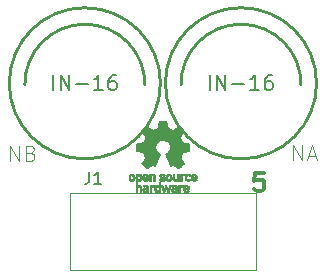
<source format=gbr>
G04 #@! TF.GenerationSoftware,KiCad,Pcbnew,(5.1.5)-3*
G04 #@! TF.CreationDate,2021-12-20T00:35:23-08:00*
G04 #@! TF.ProjectId,tube_holder,74756265-5f68-46f6-9c64-65722e6b6963,rev?*
G04 #@! TF.SameCoordinates,Original*
G04 #@! TF.FileFunction,Legend,Top*
G04 #@! TF.FilePolarity,Positive*
%FSLAX46Y46*%
G04 Gerber Fmt 4.6, Leading zero omitted, Abs format (unit mm)*
G04 Created by KiCad (PCBNEW (5.1.5)-3) date 2021-12-20 00:35:23*
%MOMM*%
%LPD*%
G04 APERTURE LIST*
%ADD10C,0.300000*%
%ADD11C,0.254000*%
%ADD12C,0.120000*%
%ADD13C,0.010000*%
%ADD14C,0.101600*%
%ADD15C,0.150000*%
%ADD16C,1.239920*%
%ADD17R,1.102000X6.102000*%
%ADD18C,2.802000*%
G04 APERTURE END LIST*
D10*
X213269342Y-57198271D02*
X212555057Y-57198271D01*
X212483628Y-57912557D01*
X212555057Y-57841128D01*
X212697914Y-57769700D01*
X213055057Y-57769700D01*
X213197914Y-57841128D01*
X213269342Y-57912557D01*
X213340771Y-58055414D01*
X213340771Y-58412557D01*
X213269342Y-58555414D01*
X213197914Y-58626842D01*
X213055057Y-58698271D01*
X212697914Y-58698271D01*
X212555057Y-58626842D01*
X212483628Y-58555414D01*
D11*
X203209500Y-49763039D02*
G75*
G03X193049400Y-49769780I-5080100J71999D01*
G01*
X204527660Y-49612300D02*
G75*
G03X204527660Y-49612300I-6398260J0D01*
G01*
D12*
X212626800Y-65392120D02*
X212626800Y-58892120D01*
X196876800Y-65392120D02*
X196876800Y-58892120D01*
X196876800Y-65392120D02*
X212626800Y-65392120D01*
X212626800Y-58892120D02*
X196876800Y-58892120D01*
D13*
G36*
X205084964Y-53102458D02*
G01*
X205141812Y-53404010D01*
X205561338Y-53576952D01*
X205812984Y-53405835D01*
X205883458Y-53358190D01*
X205947163Y-53315650D01*
X206001126Y-53280155D01*
X206042373Y-53253650D01*
X206067934Y-53238076D01*
X206074895Y-53234718D01*
X206087435Y-53243354D01*
X206114231Y-53267232D01*
X206152280Y-53303299D01*
X206198579Y-53348507D01*
X206250123Y-53399804D01*
X206303909Y-53454141D01*
X206356935Y-53508468D01*
X206406195Y-53559735D01*
X206448687Y-53604891D01*
X206481407Y-53640886D01*
X206501351Y-53664670D01*
X206506119Y-53672630D01*
X206499257Y-53687305D01*
X206480020Y-53719454D01*
X206450430Y-53765932D01*
X206412510Y-53823596D01*
X206368282Y-53889300D01*
X206342654Y-53926776D01*
X206295941Y-53995208D01*
X206254432Y-54056960D01*
X206220140Y-54108959D01*
X206195080Y-54148132D01*
X206181264Y-54171405D01*
X206179188Y-54176295D01*
X206183895Y-54190195D01*
X206196723Y-54222590D01*
X206215738Y-54268925D01*
X206239003Y-54324646D01*
X206264584Y-54385198D01*
X206290545Y-54446026D01*
X206314950Y-54502576D01*
X206335863Y-54550292D01*
X206351349Y-54584621D01*
X206359472Y-54601008D01*
X206359952Y-54601652D01*
X206372707Y-54604781D01*
X206406677Y-54611761D01*
X206458340Y-54621907D01*
X206524176Y-54634532D01*
X206600664Y-54648949D01*
X206645290Y-54657263D01*
X206727021Y-54672824D01*
X206800843Y-54687632D01*
X206863021Y-54700876D01*
X206909822Y-54711745D01*
X206937509Y-54719429D01*
X206943074Y-54721867D01*
X206948526Y-54738370D01*
X206952924Y-54775640D01*
X206956272Y-54829320D01*
X206958574Y-54895052D01*
X206959832Y-54968477D01*
X206960048Y-55045236D01*
X206959227Y-55120972D01*
X206957371Y-55191326D01*
X206954482Y-55251940D01*
X206950565Y-55298456D01*
X206945622Y-55326515D01*
X206942657Y-55332356D01*
X206924934Y-55339357D01*
X206887381Y-55349367D01*
X206834964Y-55361209D01*
X206772652Y-55373707D01*
X206750900Y-55377750D01*
X206646024Y-55396960D01*
X206563180Y-55412431D01*
X206499630Y-55424777D01*
X206452637Y-55434613D01*
X206419463Y-55442554D01*
X206397371Y-55449216D01*
X206383624Y-55455213D01*
X206375484Y-55461159D01*
X206374345Y-55462334D01*
X206362977Y-55481266D01*
X206345635Y-55518109D01*
X206324050Y-55568353D01*
X206299954Y-55627486D01*
X206275079Y-55690996D01*
X206251157Y-55754372D01*
X206229919Y-55813102D01*
X206213097Y-55862675D01*
X206202422Y-55898579D01*
X206199627Y-55916302D01*
X206199860Y-55916923D01*
X206209331Y-55931410D01*
X206230818Y-55963284D01*
X206262063Y-56009229D01*
X206300807Y-56065925D01*
X206344793Y-56130057D01*
X206357319Y-56148282D01*
X206401984Y-56214354D01*
X206441288Y-56274640D01*
X206473088Y-56325675D01*
X206495245Y-56364000D01*
X206505617Y-56386151D01*
X206506119Y-56388872D01*
X206497405Y-56403176D01*
X206473325Y-56431512D01*
X206436976Y-56470836D01*
X206391453Y-56518101D01*
X206339852Y-56570263D01*
X206285267Y-56624275D01*
X206230794Y-56677093D01*
X206179529Y-56725671D01*
X206134567Y-56766963D01*
X206099004Y-56797925D01*
X206075935Y-56815510D01*
X206069554Y-56818381D01*
X206054699Y-56811618D01*
X206024286Y-56793379D01*
X205983268Y-56766737D01*
X205951709Y-56745292D01*
X205894525Y-56705943D01*
X205826806Y-56659611D01*
X205758880Y-56613353D01*
X205722361Y-56588595D01*
X205598752Y-56504987D01*
X205494991Y-56561090D01*
X205447720Y-56585668D01*
X205407523Y-56604771D01*
X205380326Y-56615667D01*
X205373402Y-56617183D01*
X205365077Y-56605989D01*
X205348654Y-56574357D01*
X205325357Y-56525205D01*
X205296414Y-56461450D01*
X205263050Y-56386011D01*
X205226491Y-56301804D01*
X205187964Y-56211748D01*
X205148694Y-56118761D01*
X205109908Y-56025760D01*
X205072830Y-55935663D01*
X205038689Y-55851388D01*
X205008708Y-55775853D01*
X204984116Y-55711974D01*
X204966136Y-55662671D01*
X204955997Y-55630861D01*
X204954366Y-55619936D01*
X204967291Y-55606001D01*
X204995589Y-55583380D01*
X205033346Y-55556773D01*
X205036515Y-55554668D01*
X205134100Y-55476554D01*
X205212786Y-55385422D01*
X205271891Y-55284185D01*
X205310732Y-55175758D01*
X205328628Y-55063054D01*
X205324897Y-54948988D01*
X205298857Y-54836474D01*
X205249825Y-54728425D01*
X205235400Y-54704785D01*
X205160369Y-54609327D01*
X205071730Y-54532672D01*
X204972549Y-54475220D01*
X204865895Y-54437369D01*
X204754836Y-54419518D01*
X204642439Y-54422065D01*
X204531773Y-54445410D01*
X204425906Y-54489950D01*
X204327905Y-54556085D01*
X204297590Y-54582927D01*
X204220438Y-54666952D01*
X204164218Y-54755406D01*
X204125653Y-54854555D01*
X204104174Y-54952743D01*
X204098872Y-55063137D01*
X204116552Y-55174080D01*
X204155419Y-55281821D01*
X204213677Y-55382609D01*
X204289531Y-55472696D01*
X204381183Y-55548332D01*
X204393228Y-55556304D01*
X204431389Y-55582414D01*
X204460399Y-55605035D01*
X204474268Y-55619479D01*
X204474469Y-55619936D01*
X204471492Y-55635561D01*
X204459689Y-55671022D01*
X204440286Y-55723402D01*
X204414512Y-55789785D01*
X204383591Y-55867254D01*
X204348751Y-55952890D01*
X204311217Y-56043777D01*
X204272217Y-56136999D01*
X204232977Y-56229637D01*
X204194724Y-56318775D01*
X204158683Y-56401495D01*
X204126083Y-56474881D01*
X204098148Y-56536015D01*
X204076105Y-56581981D01*
X204061182Y-56609861D01*
X204055172Y-56617183D01*
X204036809Y-56611481D01*
X204002448Y-56596189D01*
X203958016Y-56574039D01*
X203933583Y-56561090D01*
X203829822Y-56504987D01*
X203706213Y-56588595D01*
X203643114Y-56631427D01*
X203574030Y-56678562D01*
X203509293Y-56722943D01*
X203476866Y-56745292D01*
X203431259Y-56775917D01*
X203392640Y-56800187D01*
X203366048Y-56815027D01*
X203357410Y-56818164D01*
X203344839Y-56809701D01*
X203317016Y-56786076D01*
X203276639Y-56749742D01*
X203226405Y-56703151D01*
X203169012Y-56648757D01*
X203132714Y-56613832D01*
X203069210Y-56551436D01*
X203014327Y-56495628D01*
X202970286Y-56448794D01*
X202939305Y-56413322D01*
X202923602Y-56391601D01*
X202922095Y-56387192D01*
X202929086Y-56370425D01*
X202948406Y-56336522D01*
X202977909Y-56288916D01*
X203015455Y-56231039D01*
X203058900Y-56166324D01*
X203071255Y-56148282D01*
X203116273Y-56082707D01*
X203156660Y-56023668D01*
X203190160Y-55974482D01*
X203214514Y-55938468D01*
X203227464Y-55918942D01*
X203228715Y-55916923D01*
X203226844Y-55901362D01*
X203216913Y-55867149D01*
X203200653Y-55818795D01*
X203179795Y-55760811D01*
X203156073Y-55697710D01*
X203131216Y-55634003D01*
X203106958Y-55574201D01*
X203085029Y-55522816D01*
X203067162Y-55484359D01*
X203055087Y-55463342D01*
X203054229Y-55462334D01*
X203046846Y-55456328D01*
X203034375Y-55450388D01*
X203014080Y-55443900D01*
X202983222Y-55436249D01*
X202939066Y-55426820D01*
X202878874Y-55414999D01*
X202799907Y-55400169D01*
X202699430Y-55381717D01*
X202677675Y-55377750D01*
X202613198Y-55365293D01*
X202556989Y-55353106D01*
X202514013Y-55342366D01*
X202489240Y-55334249D01*
X202485918Y-55332356D01*
X202480444Y-55315578D01*
X202475994Y-55278085D01*
X202472572Y-55224234D01*
X202470181Y-55158384D01*
X202468823Y-55084893D01*
X202468501Y-55008120D01*
X202469219Y-54932423D01*
X202470979Y-54862160D01*
X202473784Y-54801690D01*
X202477638Y-54755370D01*
X202482543Y-54727559D01*
X202485500Y-54721867D01*
X202501963Y-54716126D01*
X202539449Y-54706785D01*
X202594225Y-54694655D01*
X202662555Y-54680547D01*
X202740706Y-54665270D01*
X202783284Y-54657263D01*
X202864071Y-54642161D01*
X202936113Y-54628480D01*
X202995889Y-54616907D01*
X203039879Y-54608127D01*
X203064561Y-54602827D01*
X203068623Y-54601652D01*
X203075489Y-54588405D01*
X203090002Y-54556497D01*
X203110229Y-54510487D01*
X203134234Y-54454932D01*
X203160082Y-54394393D01*
X203185840Y-54333426D01*
X203209573Y-54276591D01*
X203229346Y-54228446D01*
X203243224Y-54193550D01*
X203249274Y-54176461D01*
X203249386Y-54175714D01*
X203242528Y-54162233D01*
X203223302Y-54131210D01*
X203193728Y-54085729D01*
X203155827Y-54028872D01*
X203111620Y-53963723D01*
X203085921Y-53926302D01*
X203039093Y-53857687D01*
X202997501Y-53795392D01*
X202963175Y-53742569D01*
X202938143Y-53702367D01*
X202924435Y-53677940D01*
X202922456Y-53672464D01*
X202930966Y-53659718D01*
X202954493Y-53632503D01*
X202990032Y-53593868D01*
X203034577Y-53546863D01*
X203085123Y-53494535D01*
X203138664Y-53439935D01*
X203192195Y-53386110D01*
X203242711Y-53336110D01*
X203287206Y-53292983D01*
X203322675Y-53259779D01*
X203346113Y-53239546D01*
X203353954Y-53234718D01*
X203366720Y-53241507D01*
X203397256Y-53260582D01*
X203442590Y-53290001D01*
X203499756Y-53327821D01*
X203565784Y-53372101D01*
X203615590Y-53405835D01*
X203867236Y-53576952D01*
X204076999Y-53490481D01*
X204286763Y-53404010D01*
X204343611Y-53102458D01*
X204400460Y-52800906D01*
X205028115Y-52800906D01*
X205084964Y-53102458D01*
G37*
X205084964Y-53102458D02*
X205141812Y-53404010D01*
X205561338Y-53576952D01*
X205812984Y-53405835D01*
X205883458Y-53358190D01*
X205947163Y-53315650D01*
X206001126Y-53280155D01*
X206042373Y-53253650D01*
X206067934Y-53238076D01*
X206074895Y-53234718D01*
X206087435Y-53243354D01*
X206114231Y-53267232D01*
X206152280Y-53303299D01*
X206198579Y-53348507D01*
X206250123Y-53399804D01*
X206303909Y-53454141D01*
X206356935Y-53508468D01*
X206406195Y-53559735D01*
X206448687Y-53604891D01*
X206481407Y-53640886D01*
X206501351Y-53664670D01*
X206506119Y-53672630D01*
X206499257Y-53687305D01*
X206480020Y-53719454D01*
X206450430Y-53765932D01*
X206412510Y-53823596D01*
X206368282Y-53889300D01*
X206342654Y-53926776D01*
X206295941Y-53995208D01*
X206254432Y-54056960D01*
X206220140Y-54108959D01*
X206195080Y-54148132D01*
X206181264Y-54171405D01*
X206179188Y-54176295D01*
X206183895Y-54190195D01*
X206196723Y-54222590D01*
X206215738Y-54268925D01*
X206239003Y-54324646D01*
X206264584Y-54385198D01*
X206290545Y-54446026D01*
X206314950Y-54502576D01*
X206335863Y-54550292D01*
X206351349Y-54584621D01*
X206359472Y-54601008D01*
X206359952Y-54601652D01*
X206372707Y-54604781D01*
X206406677Y-54611761D01*
X206458340Y-54621907D01*
X206524176Y-54634532D01*
X206600664Y-54648949D01*
X206645290Y-54657263D01*
X206727021Y-54672824D01*
X206800843Y-54687632D01*
X206863021Y-54700876D01*
X206909822Y-54711745D01*
X206937509Y-54719429D01*
X206943074Y-54721867D01*
X206948526Y-54738370D01*
X206952924Y-54775640D01*
X206956272Y-54829320D01*
X206958574Y-54895052D01*
X206959832Y-54968477D01*
X206960048Y-55045236D01*
X206959227Y-55120972D01*
X206957371Y-55191326D01*
X206954482Y-55251940D01*
X206950565Y-55298456D01*
X206945622Y-55326515D01*
X206942657Y-55332356D01*
X206924934Y-55339357D01*
X206887381Y-55349367D01*
X206834964Y-55361209D01*
X206772652Y-55373707D01*
X206750900Y-55377750D01*
X206646024Y-55396960D01*
X206563180Y-55412431D01*
X206499630Y-55424777D01*
X206452637Y-55434613D01*
X206419463Y-55442554D01*
X206397371Y-55449216D01*
X206383624Y-55455213D01*
X206375484Y-55461159D01*
X206374345Y-55462334D01*
X206362977Y-55481266D01*
X206345635Y-55518109D01*
X206324050Y-55568353D01*
X206299954Y-55627486D01*
X206275079Y-55690996D01*
X206251157Y-55754372D01*
X206229919Y-55813102D01*
X206213097Y-55862675D01*
X206202422Y-55898579D01*
X206199627Y-55916302D01*
X206199860Y-55916923D01*
X206209331Y-55931410D01*
X206230818Y-55963284D01*
X206262063Y-56009229D01*
X206300807Y-56065925D01*
X206344793Y-56130057D01*
X206357319Y-56148282D01*
X206401984Y-56214354D01*
X206441288Y-56274640D01*
X206473088Y-56325675D01*
X206495245Y-56364000D01*
X206505617Y-56386151D01*
X206506119Y-56388872D01*
X206497405Y-56403176D01*
X206473325Y-56431512D01*
X206436976Y-56470836D01*
X206391453Y-56518101D01*
X206339852Y-56570263D01*
X206285267Y-56624275D01*
X206230794Y-56677093D01*
X206179529Y-56725671D01*
X206134567Y-56766963D01*
X206099004Y-56797925D01*
X206075935Y-56815510D01*
X206069554Y-56818381D01*
X206054699Y-56811618D01*
X206024286Y-56793379D01*
X205983268Y-56766737D01*
X205951709Y-56745292D01*
X205894525Y-56705943D01*
X205826806Y-56659611D01*
X205758880Y-56613353D01*
X205722361Y-56588595D01*
X205598752Y-56504987D01*
X205494991Y-56561090D01*
X205447720Y-56585668D01*
X205407523Y-56604771D01*
X205380326Y-56615667D01*
X205373402Y-56617183D01*
X205365077Y-56605989D01*
X205348654Y-56574357D01*
X205325357Y-56525205D01*
X205296414Y-56461450D01*
X205263050Y-56386011D01*
X205226491Y-56301804D01*
X205187964Y-56211748D01*
X205148694Y-56118761D01*
X205109908Y-56025760D01*
X205072830Y-55935663D01*
X205038689Y-55851388D01*
X205008708Y-55775853D01*
X204984116Y-55711974D01*
X204966136Y-55662671D01*
X204955997Y-55630861D01*
X204954366Y-55619936D01*
X204967291Y-55606001D01*
X204995589Y-55583380D01*
X205033346Y-55556773D01*
X205036515Y-55554668D01*
X205134100Y-55476554D01*
X205212786Y-55385422D01*
X205271891Y-55284185D01*
X205310732Y-55175758D01*
X205328628Y-55063054D01*
X205324897Y-54948988D01*
X205298857Y-54836474D01*
X205249825Y-54728425D01*
X205235400Y-54704785D01*
X205160369Y-54609327D01*
X205071730Y-54532672D01*
X204972549Y-54475220D01*
X204865895Y-54437369D01*
X204754836Y-54419518D01*
X204642439Y-54422065D01*
X204531773Y-54445410D01*
X204425906Y-54489950D01*
X204327905Y-54556085D01*
X204297590Y-54582927D01*
X204220438Y-54666952D01*
X204164218Y-54755406D01*
X204125653Y-54854555D01*
X204104174Y-54952743D01*
X204098872Y-55063137D01*
X204116552Y-55174080D01*
X204155419Y-55281821D01*
X204213677Y-55382609D01*
X204289531Y-55472696D01*
X204381183Y-55548332D01*
X204393228Y-55556304D01*
X204431389Y-55582414D01*
X204460399Y-55605035D01*
X204474268Y-55619479D01*
X204474469Y-55619936D01*
X204471492Y-55635561D01*
X204459689Y-55671022D01*
X204440286Y-55723402D01*
X204414512Y-55789785D01*
X204383591Y-55867254D01*
X204348751Y-55952890D01*
X204311217Y-56043777D01*
X204272217Y-56136999D01*
X204232977Y-56229637D01*
X204194724Y-56318775D01*
X204158683Y-56401495D01*
X204126083Y-56474881D01*
X204098148Y-56536015D01*
X204076105Y-56581981D01*
X204061182Y-56609861D01*
X204055172Y-56617183D01*
X204036809Y-56611481D01*
X204002448Y-56596189D01*
X203958016Y-56574039D01*
X203933583Y-56561090D01*
X203829822Y-56504987D01*
X203706213Y-56588595D01*
X203643114Y-56631427D01*
X203574030Y-56678562D01*
X203509293Y-56722943D01*
X203476866Y-56745292D01*
X203431259Y-56775917D01*
X203392640Y-56800187D01*
X203366048Y-56815027D01*
X203357410Y-56818164D01*
X203344839Y-56809701D01*
X203317016Y-56786076D01*
X203276639Y-56749742D01*
X203226405Y-56703151D01*
X203169012Y-56648757D01*
X203132714Y-56613832D01*
X203069210Y-56551436D01*
X203014327Y-56495628D01*
X202970286Y-56448794D01*
X202939305Y-56413322D01*
X202923602Y-56391601D01*
X202922095Y-56387192D01*
X202929086Y-56370425D01*
X202948406Y-56336522D01*
X202977909Y-56288916D01*
X203015455Y-56231039D01*
X203058900Y-56166324D01*
X203071255Y-56148282D01*
X203116273Y-56082707D01*
X203156660Y-56023668D01*
X203190160Y-55974482D01*
X203214514Y-55938468D01*
X203227464Y-55918942D01*
X203228715Y-55916923D01*
X203226844Y-55901362D01*
X203216913Y-55867149D01*
X203200653Y-55818795D01*
X203179795Y-55760811D01*
X203156073Y-55697710D01*
X203131216Y-55634003D01*
X203106958Y-55574201D01*
X203085029Y-55522816D01*
X203067162Y-55484359D01*
X203055087Y-55463342D01*
X203054229Y-55462334D01*
X203046846Y-55456328D01*
X203034375Y-55450388D01*
X203014080Y-55443900D01*
X202983222Y-55436249D01*
X202939066Y-55426820D01*
X202878874Y-55414999D01*
X202799907Y-55400169D01*
X202699430Y-55381717D01*
X202677675Y-55377750D01*
X202613198Y-55365293D01*
X202556989Y-55353106D01*
X202514013Y-55342366D01*
X202489240Y-55334249D01*
X202485918Y-55332356D01*
X202480444Y-55315578D01*
X202475994Y-55278085D01*
X202472572Y-55224234D01*
X202470181Y-55158384D01*
X202468823Y-55084893D01*
X202468501Y-55008120D01*
X202469219Y-54932423D01*
X202470979Y-54862160D01*
X202473784Y-54801690D01*
X202477638Y-54755370D01*
X202482543Y-54727559D01*
X202485500Y-54721867D01*
X202501963Y-54716126D01*
X202539449Y-54706785D01*
X202594225Y-54694655D01*
X202662555Y-54680547D01*
X202740706Y-54665270D01*
X202783284Y-54657263D01*
X202864071Y-54642161D01*
X202936113Y-54628480D01*
X202995889Y-54616907D01*
X203039879Y-54608127D01*
X203064561Y-54602827D01*
X203068623Y-54601652D01*
X203075489Y-54588405D01*
X203090002Y-54556497D01*
X203110229Y-54510487D01*
X203134234Y-54454932D01*
X203160082Y-54394393D01*
X203185840Y-54333426D01*
X203209573Y-54276591D01*
X203229346Y-54228446D01*
X203243224Y-54193550D01*
X203249274Y-54176461D01*
X203249386Y-54175714D01*
X203242528Y-54162233D01*
X203223302Y-54131210D01*
X203193728Y-54085729D01*
X203155827Y-54028872D01*
X203111620Y-53963723D01*
X203085921Y-53926302D01*
X203039093Y-53857687D01*
X202997501Y-53795392D01*
X202963175Y-53742569D01*
X202938143Y-53702367D01*
X202924435Y-53677940D01*
X202922456Y-53672464D01*
X202930966Y-53659718D01*
X202954493Y-53632503D01*
X202990032Y-53593868D01*
X203034577Y-53546863D01*
X203085123Y-53494535D01*
X203138664Y-53439935D01*
X203192195Y-53386110D01*
X203242711Y-53336110D01*
X203287206Y-53292983D01*
X203322675Y-53259779D01*
X203346113Y-53239546D01*
X203353954Y-53234718D01*
X203366720Y-53241507D01*
X203397256Y-53260582D01*
X203442590Y-53290001D01*
X203499756Y-53327821D01*
X203565784Y-53372101D01*
X203615590Y-53405835D01*
X203867236Y-53576952D01*
X204076999Y-53490481D01*
X204286763Y-53404010D01*
X204343611Y-53102458D01*
X204400460Y-52800906D01*
X205028115Y-52800906D01*
X205084964Y-53102458D01*
G36*
X206507460Y-57270470D02*
G01*
X206550711Y-57283685D01*
X206578558Y-57300381D01*
X206587629Y-57313585D01*
X206585132Y-57329237D01*
X206568931Y-57353825D01*
X206555232Y-57371240D01*
X206526992Y-57402723D01*
X206505775Y-57415969D01*
X206487688Y-57415104D01*
X206434035Y-57401450D01*
X206394630Y-57402070D01*
X206362632Y-57417544D01*
X206351890Y-57426601D01*
X206317505Y-57458467D01*
X206317505Y-57874619D01*
X206179188Y-57874619D01*
X206179188Y-57271054D01*
X206248347Y-57271054D01*
X206289869Y-57272696D01*
X206311291Y-57278527D01*
X206317502Y-57289901D01*
X206317505Y-57290238D01*
X206320439Y-57302153D01*
X206333704Y-57300599D01*
X206352084Y-57292003D01*
X206390046Y-57276008D01*
X206420872Y-57266385D01*
X206460536Y-57263918D01*
X206507460Y-57270470D01*
G37*
X206507460Y-57270470D02*
X206550711Y-57283685D01*
X206578558Y-57300381D01*
X206587629Y-57313585D01*
X206585132Y-57329237D01*
X206568931Y-57353825D01*
X206555232Y-57371240D01*
X206526992Y-57402723D01*
X206505775Y-57415969D01*
X206487688Y-57415104D01*
X206434035Y-57401450D01*
X206394630Y-57402070D01*
X206362632Y-57417544D01*
X206351890Y-57426601D01*
X206317505Y-57458467D01*
X206317505Y-57874619D01*
X206179188Y-57874619D01*
X206179188Y-57271054D01*
X206248347Y-57271054D01*
X206289869Y-57272696D01*
X206311291Y-57278527D01*
X206317502Y-57289901D01*
X206317505Y-57290238D01*
X206320439Y-57302153D01*
X206333704Y-57300599D01*
X206352084Y-57292003D01*
X206390046Y-57276008D01*
X206420872Y-57266385D01*
X206460536Y-57263918D01*
X206507460Y-57270470D01*
G36*
X203953988Y-57281442D02*
G01*
X203985283Y-57296390D01*
X204015591Y-57317981D01*
X204038682Y-57342831D01*
X204055500Y-57374527D01*
X204066994Y-57416654D01*
X204074109Y-57472798D01*
X204077793Y-57546546D01*
X204078992Y-57641484D01*
X204079011Y-57651425D01*
X204079287Y-57874619D01*
X203940970Y-57874619D01*
X203940970Y-57668858D01*
X203940872Y-57592629D01*
X203940191Y-57537379D01*
X203938349Y-57498941D01*
X203934767Y-57473146D01*
X203928868Y-57455824D01*
X203920073Y-57442808D01*
X203907820Y-57429947D01*
X203864953Y-57402313D01*
X203818157Y-57397185D01*
X203773576Y-57414657D01*
X203758072Y-57427661D01*
X203746690Y-57439887D01*
X203738519Y-57452980D01*
X203733026Y-57471055D01*
X203729680Y-57498227D01*
X203727949Y-57538610D01*
X203727303Y-57596319D01*
X203727208Y-57666572D01*
X203727208Y-57874619D01*
X203588891Y-57874619D01*
X203588891Y-57271054D01*
X203658050Y-57271054D01*
X203699572Y-57272696D01*
X203720994Y-57278527D01*
X203727205Y-57289901D01*
X203727208Y-57290238D01*
X203730090Y-57301378D01*
X203742801Y-57300114D01*
X203768074Y-57287874D01*
X203825395Y-57269864D01*
X203890963Y-57267861D01*
X203953988Y-57281442D01*
G37*
X203953988Y-57281442D02*
X203985283Y-57296390D01*
X204015591Y-57317981D01*
X204038682Y-57342831D01*
X204055500Y-57374527D01*
X204066994Y-57416654D01*
X204074109Y-57472798D01*
X204077793Y-57546546D01*
X204078992Y-57641484D01*
X204079011Y-57651425D01*
X204079287Y-57874619D01*
X203940970Y-57874619D01*
X203940970Y-57668858D01*
X203940872Y-57592629D01*
X203940191Y-57537379D01*
X203938349Y-57498941D01*
X203934767Y-57473146D01*
X203928868Y-57455824D01*
X203920073Y-57442808D01*
X203907820Y-57429947D01*
X203864953Y-57402313D01*
X203818157Y-57397185D01*
X203773576Y-57414657D01*
X203758072Y-57427661D01*
X203746690Y-57439887D01*
X203738519Y-57452980D01*
X203733026Y-57471055D01*
X203729680Y-57498227D01*
X203727949Y-57538610D01*
X203727303Y-57596319D01*
X203727208Y-57666572D01*
X203727208Y-57874619D01*
X203588891Y-57874619D01*
X203588891Y-57271054D01*
X203658050Y-57271054D01*
X203699572Y-57272696D01*
X203720994Y-57278527D01*
X203727205Y-57289901D01*
X203727208Y-57290238D01*
X203730090Y-57301378D01*
X203742801Y-57300114D01*
X203768074Y-57287874D01*
X203825395Y-57269864D01*
X203890963Y-57267861D01*
X203953988Y-57281442D01*
G36*
X207385898Y-57268897D02*
G01*
X207418096Y-57276719D01*
X207479825Y-57305361D01*
X207532610Y-57349107D01*
X207569141Y-57401557D01*
X207574160Y-57413333D01*
X207581045Y-57444180D01*
X207585864Y-57489811D01*
X207587505Y-57535932D01*
X207587505Y-57623133D01*
X207405178Y-57623133D01*
X207329979Y-57623418D01*
X207277003Y-57625144D01*
X207243325Y-57629621D01*
X207226020Y-57638160D01*
X207222163Y-57652070D01*
X207228829Y-57672662D01*
X207240770Y-57696755D01*
X207274080Y-57736965D01*
X207320368Y-57756998D01*
X207376944Y-57756345D01*
X207441031Y-57734541D01*
X207496417Y-57707633D01*
X207542375Y-57743972D01*
X207588333Y-57780312D01*
X207545096Y-57820259D01*
X207487374Y-57858003D01*
X207416386Y-57880760D01*
X207340029Y-57887128D01*
X207266199Y-57875708D01*
X207254287Y-57871833D01*
X207189399Y-57837946D01*
X207141130Y-57787426D01*
X207108465Y-57718765D01*
X207090385Y-57630454D01*
X207090175Y-57628561D01*
X207088556Y-57532318D01*
X207095100Y-57497982D01*
X207222852Y-57497982D01*
X207234584Y-57503262D01*
X207266438Y-57507307D01*
X207313397Y-57509616D01*
X207343154Y-57509965D01*
X207398648Y-57509746D01*
X207433346Y-57508356D01*
X207451601Y-57504691D01*
X207457766Y-57497650D01*
X207456195Y-57486130D01*
X207454878Y-57481673D01*
X207432382Y-57439795D01*
X207397003Y-57406044D01*
X207365780Y-57391213D01*
X207324301Y-57392108D01*
X207282269Y-57410604D01*
X207247012Y-57441226D01*
X207225854Y-57478502D01*
X207222852Y-57497982D01*
X207095100Y-57497982D01*
X207104690Y-57447669D01*
X207136698Y-57376631D01*
X207182701Y-57321219D01*
X207240821Y-57283449D01*
X207309180Y-57265336D01*
X207385898Y-57268897D01*
G37*
X207385898Y-57268897D02*
X207418096Y-57276719D01*
X207479825Y-57305361D01*
X207532610Y-57349107D01*
X207569141Y-57401557D01*
X207574160Y-57413333D01*
X207581045Y-57444180D01*
X207585864Y-57489811D01*
X207587505Y-57535932D01*
X207587505Y-57623133D01*
X207405178Y-57623133D01*
X207329979Y-57623418D01*
X207277003Y-57625144D01*
X207243325Y-57629621D01*
X207226020Y-57638160D01*
X207222163Y-57652070D01*
X207228829Y-57672662D01*
X207240770Y-57696755D01*
X207274080Y-57736965D01*
X207320368Y-57756998D01*
X207376944Y-57756345D01*
X207441031Y-57734541D01*
X207496417Y-57707633D01*
X207542375Y-57743972D01*
X207588333Y-57780312D01*
X207545096Y-57820259D01*
X207487374Y-57858003D01*
X207416386Y-57880760D01*
X207340029Y-57887128D01*
X207266199Y-57875708D01*
X207254287Y-57871833D01*
X207189399Y-57837946D01*
X207141130Y-57787426D01*
X207108465Y-57718765D01*
X207090385Y-57630454D01*
X207090175Y-57628561D01*
X207088556Y-57532318D01*
X207095100Y-57497982D01*
X207222852Y-57497982D01*
X207234584Y-57503262D01*
X207266438Y-57507307D01*
X207313397Y-57509616D01*
X207343154Y-57509965D01*
X207398648Y-57509746D01*
X207433346Y-57508356D01*
X207451601Y-57504691D01*
X207457766Y-57497650D01*
X207456195Y-57486130D01*
X207454878Y-57481673D01*
X207432382Y-57439795D01*
X207397003Y-57406044D01*
X207365780Y-57391213D01*
X207324301Y-57392108D01*
X207282269Y-57410604D01*
X207247012Y-57441226D01*
X207225854Y-57478502D01*
X207222852Y-57497982D01*
X207095100Y-57497982D01*
X207104690Y-57447669D01*
X207136698Y-57376631D01*
X207182701Y-57321219D01*
X207240821Y-57283449D01*
X207309180Y-57265336D01*
X207385898Y-57268897D01*
G36*
X206925226Y-57276320D02*
G01*
X206998080Y-57307270D01*
X207021027Y-57322335D01*
X207050354Y-57345488D01*
X207068764Y-57363693D01*
X207071961Y-57369623D01*
X207062935Y-57382780D01*
X207039837Y-57405107D01*
X207021344Y-57420690D01*
X206970728Y-57461366D01*
X206930760Y-57427735D01*
X206899874Y-57406024D01*
X206869759Y-57398530D01*
X206835292Y-57400360D01*
X206780561Y-57413968D01*
X206742886Y-57442212D01*
X206719991Y-57487873D01*
X206709597Y-57553729D01*
X206709595Y-57553771D01*
X206710494Y-57627379D01*
X206724463Y-57681386D01*
X206752328Y-57718156D01*
X206771325Y-57730608D01*
X206821776Y-57746113D01*
X206875663Y-57746123D01*
X206922546Y-57731078D01*
X206933644Y-57723727D01*
X206961476Y-57704951D01*
X206983236Y-57701874D01*
X207006704Y-57715849D01*
X207032649Y-57740950D01*
X207073716Y-57783320D01*
X207028121Y-57820904D01*
X206957674Y-57863322D01*
X206878233Y-57884225D01*
X206795215Y-57882712D01*
X206740694Y-57868851D01*
X206676970Y-57834575D01*
X206626005Y-57780652D01*
X206602851Y-57742589D01*
X206584099Y-57687976D01*
X206574715Y-57618809D01*
X206574643Y-57543847D01*
X206583824Y-57471849D01*
X206602199Y-57411577D01*
X206605093Y-57405398D01*
X206647952Y-57344791D01*
X206705979Y-57300664D01*
X206774591Y-57273933D01*
X206849201Y-57265513D01*
X206925226Y-57276320D01*
G37*
X206925226Y-57276320D02*
X206998080Y-57307270D01*
X207021027Y-57322335D01*
X207050354Y-57345488D01*
X207068764Y-57363693D01*
X207071961Y-57369623D01*
X207062935Y-57382780D01*
X207039837Y-57405107D01*
X207021344Y-57420690D01*
X206970728Y-57461366D01*
X206930760Y-57427735D01*
X206899874Y-57406024D01*
X206869759Y-57398530D01*
X206835292Y-57400360D01*
X206780561Y-57413968D01*
X206742886Y-57442212D01*
X206719991Y-57487873D01*
X206709597Y-57553729D01*
X206709595Y-57553771D01*
X206710494Y-57627379D01*
X206724463Y-57681386D01*
X206752328Y-57718156D01*
X206771325Y-57730608D01*
X206821776Y-57746113D01*
X206875663Y-57746123D01*
X206922546Y-57731078D01*
X206933644Y-57723727D01*
X206961476Y-57704951D01*
X206983236Y-57701874D01*
X207006704Y-57715849D01*
X207032649Y-57740950D01*
X207073716Y-57783320D01*
X207028121Y-57820904D01*
X206957674Y-57863322D01*
X206878233Y-57884225D01*
X206795215Y-57882712D01*
X206740694Y-57868851D01*
X206676970Y-57834575D01*
X206626005Y-57780652D01*
X206602851Y-57742589D01*
X206584099Y-57687976D01*
X206574715Y-57618809D01*
X206574643Y-57543847D01*
X206583824Y-57471849D01*
X206602199Y-57411577D01*
X206605093Y-57405398D01*
X206647952Y-57344791D01*
X206705979Y-57300664D01*
X206774591Y-57273933D01*
X206849201Y-57265513D01*
X206925226Y-57276320D01*
G36*
X205701367Y-57466782D02*
G01*
X205702555Y-57559003D01*
X205706897Y-57629050D01*
X205715558Y-57679821D01*
X205729704Y-57714212D01*
X205750500Y-57735119D01*
X205779110Y-57745440D01*
X205814535Y-57748076D01*
X205851636Y-57745122D01*
X205879818Y-57734329D01*
X205900243Y-57712800D01*
X205914079Y-57677639D01*
X205922491Y-57625950D01*
X205926643Y-57554834D01*
X205927703Y-57466782D01*
X205927703Y-57271054D01*
X206066020Y-57271054D01*
X206066020Y-57874619D01*
X205996862Y-57874619D01*
X205955170Y-57872929D01*
X205933701Y-57866996D01*
X205927703Y-57855733D01*
X205924091Y-57845701D01*
X205909714Y-57847823D01*
X205880736Y-57862020D01*
X205814319Y-57883920D01*
X205743875Y-57882368D01*
X205676377Y-57858587D01*
X205644233Y-57839802D01*
X205619715Y-57819462D01*
X205601804Y-57794013D01*
X205589479Y-57759898D01*
X205581723Y-57713561D01*
X205577516Y-57651447D01*
X205575840Y-57570001D01*
X205575624Y-57507018D01*
X205575624Y-57271054D01*
X205701367Y-57271054D01*
X205701367Y-57466782D01*
G37*
X205701367Y-57466782D02*
X205702555Y-57559003D01*
X205706897Y-57629050D01*
X205715558Y-57679821D01*
X205729704Y-57714212D01*
X205750500Y-57735119D01*
X205779110Y-57745440D01*
X205814535Y-57748076D01*
X205851636Y-57745122D01*
X205879818Y-57734329D01*
X205900243Y-57712800D01*
X205914079Y-57677639D01*
X205922491Y-57625950D01*
X205926643Y-57554834D01*
X205927703Y-57466782D01*
X205927703Y-57271054D01*
X206066020Y-57271054D01*
X206066020Y-57874619D01*
X205996862Y-57874619D01*
X205955170Y-57872929D01*
X205933701Y-57866996D01*
X205927703Y-57855733D01*
X205924091Y-57845701D01*
X205909714Y-57847823D01*
X205880736Y-57862020D01*
X205814319Y-57883920D01*
X205743875Y-57882368D01*
X205676377Y-57858587D01*
X205644233Y-57839802D01*
X205619715Y-57819462D01*
X205601804Y-57794013D01*
X205589479Y-57759898D01*
X205581723Y-57713561D01*
X205577516Y-57651447D01*
X205575840Y-57570001D01*
X205575624Y-57507018D01*
X205575624Y-57271054D01*
X205701367Y-57271054D01*
X205701367Y-57466782D01*
G36*
X205318762Y-57278495D02*
G01*
X205382363Y-57313132D01*
X205432123Y-57367812D01*
X205455568Y-57412282D01*
X205465634Y-57451561D01*
X205472156Y-57507556D01*
X205474951Y-57572061D01*
X205473836Y-57636869D01*
X205468626Y-57693774D01*
X205462541Y-57724167D01*
X205442014Y-57765746D01*
X205406463Y-57809908D01*
X205363619Y-57848527D01*
X205321211Y-57873474D01*
X205320177Y-57873870D01*
X205267553Y-57884771D01*
X205205188Y-57885041D01*
X205145924Y-57875116D01*
X205123040Y-57867162D01*
X205064102Y-57833740D01*
X205021890Y-57789951D01*
X204994156Y-57731978D01*
X204978651Y-57656005D01*
X204975143Y-57616211D01*
X204975590Y-57566206D01*
X205110376Y-57566206D01*
X205114917Y-57639172D01*
X205127986Y-57694774D01*
X205148756Y-57730301D01*
X205163552Y-57740460D01*
X205201464Y-57747544D01*
X205246527Y-57745447D01*
X205285487Y-57735252D01*
X205295704Y-57729644D01*
X205322659Y-57696978D01*
X205340451Y-57646985D01*
X205348024Y-57586145D01*
X205344325Y-57520937D01*
X205336057Y-57481693D01*
X205312320Y-57436245D01*
X205274849Y-57407836D01*
X205229720Y-57398013D01*
X205183011Y-57408327D01*
X205147132Y-57433552D01*
X205128277Y-57454365D01*
X205117272Y-57474879D01*
X205112026Y-57502643D01*
X205110449Y-57545202D01*
X205110376Y-57566206D01*
X204975590Y-57566206D01*
X204976094Y-57510020D01*
X204993388Y-57422941D01*
X205027029Y-57354970D01*
X205077018Y-57306104D01*
X205143356Y-57276339D01*
X205157601Y-57272888D01*
X205243210Y-57264785D01*
X205318762Y-57278495D01*
G37*
X205318762Y-57278495D02*
X205382363Y-57313132D01*
X205432123Y-57367812D01*
X205455568Y-57412282D01*
X205465634Y-57451561D01*
X205472156Y-57507556D01*
X205474951Y-57572061D01*
X205473836Y-57636869D01*
X205468626Y-57693774D01*
X205462541Y-57724167D01*
X205442014Y-57765746D01*
X205406463Y-57809908D01*
X205363619Y-57848527D01*
X205321211Y-57873474D01*
X205320177Y-57873870D01*
X205267553Y-57884771D01*
X205205188Y-57885041D01*
X205145924Y-57875116D01*
X205123040Y-57867162D01*
X205064102Y-57833740D01*
X205021890Y-57789951D01*
X204994156Y-57731978D01*
X204978651Y-57656005D01*
X204975143Y-57616211D01*
X204975590Y-57566206D01*
X205110376Y-57566206D01*
X205114917Y-57639172D01*
X205127986Y-57694774D01*
X205148756Y-57730301D01*
X205163552Y-57740460D01*
X205201464Y-57747544D01*
X205246527Y-57745447D01*
X205285487Y-57735252D01*
X205295704Y-57729644D01*
X205322659Y-57696978D01*
X205340451Y-57646985D01*
X205348024Y-57586145D01*
X205344325Y-57520937D01*
X205336057Y-57481693D01*
X205312320Y-57436245D01*
X205274849Y-57407836D01*
X205229720Y-57398013D01*
X205183011Y-57408327D01*
X205147132Y-57433552D01*
X205128277Y-57454365D01*
X205117272Y-57474879D01*
X205112026Y-57502643D01*
X205110449Y-57545202D01*
X205110376Y-57566206D01*
X204975590Y-57566206D01*
X204976094Y-57510020D01*
X204993388Y-57422941D01*
X205027029Y-57354970D01*
X205077018Y-57306104D01*
X205143356Y-57276339D01*
X205157601Y-57272888D01*
X205243210Y-57264785D01*
X205318762Y-57278495D01*
G36*
X204722017Y-57268892D02*
G01*
X204769634Y-57277922D01*
X204819034Y-57296810D01*
X204824312Y-57299217D01*
X204861774Y-57318916D01*
X204887717Y-57337221D01*
X204896103Y-57348948D01*
X204888117Y-57368072D01*
X204868720Y-57396290D01*
X204860110Y-57406824D01*
X204824628Y-57448287D01*
X204778885Y-57421298D01*
X204735350Y-57403318D01*
X204685050Y-57393707D01*
X204636812Y-57393100D01*
X204599467Y-57402131D01*
X204590505Y-57407767D01*
X204573437Y-57433611D01*
X204571363Y-57463381D01*
X204584134Y-57486637D01*
X204591688Y-57491148D01*
X204614325Y-57496749D01*
X204654115Y-57503332D01*
X204703166Y-57509623D01*
X204712215Y-57510610D01*
X204790996Y-57524238D01*
X204848136Y-57547386D01*
X204886030Y-57582192D01*
X204907079Y-57630794D01*
X204913635Y-57690158D01*
X204904577Y-57757638D01*
X204875164Y-57810628D01*
X204825278Y-57849223D01*
X204754800Y-57873521D01*
X204676565Y-57883107D01*
X204612766Y-57882992D01*
X204561016Y-57874285D01*
X204525673Y-57862265D01*
X204481017Y-57841320D01*
X204439747Y-57817014D01*
X204425079Y-57806316D01*
X204387357Y-57775524D01*
X204432852Y-57729489D01*
X204478347Y-57683453D01*
X204530072Y-57717683D01*
X204581952Y-57743392D01*
X204637351Y-57756839D01*
X204690605Y-57758258D01*
X204736049Y-57747883D01*
X204768016Y-57725947D01*
X204778338Y-57707438D01*
X204776789Y-57677754D01*
X204751140Y-57655055D01*
X204701460Y-57639380D01*
X204647031Y-57632135D01*
X204563264Y-57618313D01*
X204501033Y-57592236D01*
X204459507Y-57553139D01*
X204437853Y-57500260D01*
X204434853Y-57437566D01*
X204449671Y-57372082D01*
X204483454Y-57322584D01*
X204536505Y-57288848D01*
X204609126Y-57270647D01*
X204662928Y-57267079D01*
X204722017Y-57268892D01*
G37*
X204722017Y-57268892D02*
X204769634Y-57277922D01*
X204819034Y-57296810D01*
X204824312Y-57299217D01*
X204861774Y-57318916D01*
X204887717Y-57337221D01*
X204896103Y-57348948D01*
X204888117Y-57368072D01*
X204868720Y-57396290D01*
X204860110Y-57406824D01*
X204824628Y-57448287D01*
X204778885Y-57421298D01*
X204735350Y-57403318D01*
X204685050Y-57393707D01*
X204636812Y-57393100D01*
X204599467Y-57402131D01*
X204590505Y-57407767D01*
X204573437Y-57433611D01*
X204571363Y-57463381D01*
X204584134Y-57486637D01*
X204591688Y-57491148D01*
X204614325Y-57496749D01*
X204654115Y-57503332D01*
X204703166Y-57509623D01*
X204712215Y-57510610D01*
X204790996Y-57524238D01*
X204848136Y-57547386D01*
X204886030Y-57582192D01*
X204907079Y-57630794D01*
X204913635Y-57690158D01*
X204904577Y-57757638D01*
X204875164Y-57810628D01*
X204825278Y-57849223D01*
X204754800Y-57873521D01*
X204676565Y-57883107D01*
X204612766Y-57882992D01*
X204561016Y-57874285D01*
X204525673Y-57862265D01*
X204481017Y-57841320D01*
X204439747Y-57817014D01*
X204425079Y-57806316D01*
X204387357Y-57775524D01*
X204432852Y-57729489D01*
X204478347Y-57683453D01*
X204530072Y-57717683D01*
X204581952Y-57743392D01*
X204637351Y-57756839D01*
X204690605Y-57758258D01*
X204736049Y-57747883D01*
X204768016Y-57725947D01*
X204778338Y-57707438D01*
X204776789Y-57677754D01*
X204751140Y-57655055D01*
X204701460Y-57639380D01*
X204647031Y-57632135D01*
X204563264Y-57618313D01*
X204501033Y-57592236D01*
X204459507Y-57553139D01*
X204437853Y-57500260D01*
X204434853Y-57437566D01*
X204449671Y-57372082D01*
X204483454Y-57322584D01*
X204536505Y-57288848D01*
X204609126Y-57270647D01*
X204662928Y-57267079D01*
X204722017Y-57268892D01*
G36*
X203351301Y-57285054D02*
G01*
X203363832Y-57290954D01*
X203407201Y-57322723D01*
X203448210Y-57369086D01*
X203478832Y-57420136D01*
X203487541Y-57443606D01*
X203495488Y-57485531D01*
X203500226Y-57536197D01*
X203500801Y-57557119D01*
X203500871Y-57623133D01*
X203120917Y-57623133D01*
X203129017Y-57657713D01*
X203148896Y-57698610D01*
X203183653Y-57733954D01*
X203225002Y-57756722D01*
X203251351Y-57761450D01*
X203287084Y-57755713D01*
X203329718Y-57741322D01*
X203344201Y-57734702D01*
X203397760Y-57707953D01*
X203443467Y-57742816D01*
X203469842Y-57766395D01*
X203483876Y-57785857D01*
X203484586Y-57791569D01*
X203472049Y-57805413D01*
X203444572Y-57826452D01*
X203419634Y-57842865D01*
X203352336Y-57872370D01*
X203276890Y-57885724D01*
X203202112Y-57882252D01*
X203142505Y-57864103D01*
X203081059Y-57825224D01*
X203037392Y-57774035D01*
X203010074Y-57707807D01*
X202997678Y-57623811D01*
X202996579Y-57585376D01*
X203000978Y-57497301D01*
X203001518Y-57494739D01*
X203127418Y-57494739D01*
X203130885Y-57502998D01*
X203145137Y-57507553D01*
X203174530Y-57509505D01*
X203223425Y-57509957D01*
X203242252Y-57509965D01*
X203299533Y-57509283D01*
X203335859Y-57506804D01*
X203355396Y-57501883D01*
X203362310Y-57493874D01*
X203362555Y-57491302D01*
X203354664Y-57470863D01*
X203334915Y-57442229D01*
X203326425Y-57432203D01*
X203294906Y-57403848D01*
X203262051Y-57392699D01*
X203244349Y-57391767D01*
X203196461Y-57403421D01*
X203156301Y-57434725D01*
X203130827Y-57480192D01*
X203130375Y-57481673D01*
X203127418Y-57494739D01*
X203001518Y-57494739D01*
X203015608Y-57427950D01*
X203041962Y-57372465D01*
X203074193Y-57333079D01*
X203133783Y-57290371D01*
X203203832Y-57267549D01*
X203278339Y-57265486D01*
X203351301Y-57285054D01*
G37*
X203351301Y-57285054D02*
X203363832Y-57290954D01*
X203407201Y-57322723D01*
X203448210Y-57369086D01*
X203478832Y-57420136D01*
X203487541Y-57443606D01*
X203495488Y-57485531D01*
X203500226Y-57536197D01*
X203500801Y-57557119D01*
X203500871Y-57623133D01*
X203120917Y-57623133D01*
X203129017Y-57657713D01*
X203148896Y-57698610D01*
X203183653Y-57733954D01*
X203225002Y-57756722D01*
X203251351Y-57761450D01*
X203287084Y-57755713D01*
X203329718Y-57741322D01*
X203344201Y-57734702D01*
X203397760Y-57707953D01*
X203443467Y-57742816D01*
X203469842Y-57766395D01*
X203483876Y-57785857D01*
X203484586Y-57791569D01*
X203472049Y-57805413D01*
X203444572Y-57826452D01*
X203419634Y-57842865D01*
X203352336Y-57872370D01*
X203276890Y-57885724D01*
X203202112Y-57882252D01*
X203142505Y-57864103D01*
X203081059Y-57825224D01*
X203037392Y-57774035D01*
X203010074Y-57707807D01*
X202997678Y-57623811D01*
X202996579Y-57585376D01*
X203000978Y-57497301D01*
X203001518Y-57494739D01*
X203127418Y-57494739D01*
X203130885Y-57502998D01*
X203145137Y-57507553D01*
X203174530Y-57509505D01*
X203223425Y-57509957D01*
X203242252Y-57509965D01*
X203299533Y-57509283D01*
X203335859Y-57506804D01*
X203355396Y-57501883D01*
X203362310Y-57493874D01*
X203362555Y-57491302D01*
X203354664Y-57470863D01*
X203334915Y-57442229D01*
X203326425Y-57432203D01*
X203294906Y-57403848D01*
X203262051Y-57392699D01*
X203244349Y-57391767D01*
X203196461Y-57403421D01*
X203156301Y-57434725D01*
X203130827Y-57480192D01*
X203130375Y-57481673D01*
X203127418Y-57494739D01*
X203001518Y-57494739D01*
X203015608Y-57427950D01*
X203041962Y-57372465D01*
X203074193Y-57333079D01*
X203133783Y-57290371D01*
X203203832Y-57267549D01*
X203278339Y-57265486D01*
X203351301Y-57285054D01*
G36*
X202169739Y-57277588D02*
G01*
X202235521Y-57306671D01*
X202285460Y-57355233D01*
X202319626Y-57423348D01*
X202338093Y-57511091D01*
X202339417Y-57524791D01*
X202340454Y-57621379D01*
X202327007Y-57706042D01*
X202299892Y-57774661D01*
X202285373Y-57796734D01*
X202234799Y-57843451D01*
X202170391Y-57873708D01*
X202098334Y-57886264D01*
X202024815Y-57879879D01*
X201968928Y-57860212D01*
X201920868Y-57827069D01*
X201881588Y-57783615D01*
X201880908Y-57782598D01*
X201864956Y-57755778D01*
X201854590Y-57728808D01*
X201848312Y-57694772D01*
X201844627Y-57646750D01*
X201843003Y-57607371D01*
X201842328Y-57571659D01*
X201968045Y-57571659D01*
X201969274Y-57607210D01*
X201973734Y-57654534D01*
X201981603Y-57684905D01*
X201995793Y-57706512D01*
X202009083Y-57719134D01*
X202056198Y-57745562D01*
X202105495Y-57749093D01*
X202151407Y-57730079D01*
X202174362Y-57708771D01*
X202190904Y-57687299D01*
X202200579Y-57666753D01*
X202204826Y-57640014D01*
X202205080Y-57599963D01*
X202203772Y-57563078D01*
X202200957Y-57510387D01*
X202196495Y-57476212D01*
X202188452Y-57453920D01*
X202174897Y-57436882D01*
X202164155Y-57427143D01*
X202119223Y-57401563D01*
X202070751Y-57400287D01*
X202030106Y-57415439D01*
X201995433Y-57447082D01*
X201974776Y-57499060D01*
X201968045Y-57571659D01*
X201842328Y-57571659D01*
X201841521Y-57529061D01*
X201844052Y-57470496D01*
X201851638Y-57426447D01*
X201865319Y-57391688D01*
X201886135Y-57360991D01*
X201893853Y-57351876D01*
X201942111Y-57306461D01*
X201993872Y-57279933D01*
X202057172Y-57268819D01*
X202088039Y-57267911D01*
X202169739Y-57277588D01*
G37*
X202169739Y-57277588D02*
X202235521Y-57306671D01*
X202285460Y-57355233D01*
X202319626Y-57423348D01*
X202338093Y-57511091D01*
X202339417Y-57524791D01*
X202340454Y-57621379D01*
X202327007Y-57706042D01*
X202299892Y-57774661D01*
X202285373Y-57796734D01*
X202234799Y-57843451D01*
X202170391Y-57873708D01*
X202098334Y-57886264D01*
X202024815Y-57879879D01*
X201968928Y-57860212D01*
X201920868Y-57827069D01*
X201881588Y-57783615D01*
X201880908Y-57782598D01*
X201864956Y-57755778D01*
X201854590Y-57728808D01*
X201848312Y-57694772D01*
X201844627Y-57646750D01*
X201843003Y-57607371D01*
X201842328Y-57571659D01*
X201968045Y-57571659D01*
X201969274Y-57607210D01*
X201973734Y-57654534D01*
X201981603Y-57684905D01*
X201995793Y-57706512D01*
X202009083Y-57719134D01*
X202056198Y-57745562D01*
X202105495Y-57749093D01*
X202151407Y-57730079D01*
X202174362Y-57708771D01*
X202190904Y-57687299D01*
X202200579Y-57666753D01*
X202204826Y-57640014D01*
X202205080Y-57599963D01*
X202203772Y-57563078D01*
X202200957Y-57510387D01*
X202196495Y-57476212D01*
X202188452Y-57453920D01*
X202174897Y-57436882D01*
X202164155Y-57427143D01*
X202119223Y-57401563D01*
X202070751Y-57400287D01*
X202030106Y-57415439D01*
X201995433Y-57447082D01*
X201974776Y-57499060D01*
X201968045Y-57571659D01*
X201842328Y-57571659D01*
X201841521Y-57529061D01*
X201844052Y-57470496D01*
X201851638Y-57426447D01*
X201865319Y-57391688D01*
X201886135Y-57360991D01*
X201893853Y-57351876D01*
X201942111Y-57306461D01*
X201993872Y-57279933D01*
X202057172Y-57268819D01*
X202088039Y-57267911D01*
X202169739Y-57277588D01*
G36*
X206740581Y-58217410D02*
G01*
X206800685Y-58233037D01*
X206851021Y-58265288D01*
X206875393Y-58289380D01*
X206915345Y-58346335D01*
X206938242Y-58412405D01*
X206946108Y-58493622D01*
X206946148Y-58500188D01*
X206946218Y-58566203D01*
X206566264Y-58566203D01*
X206574363Y-58600782D01*
X206588987Y-58632099D01*
X206614581Y-58664731D01*
X206619935Y-58669940D01*
X206665943Y-58698134D01*
X206718410Y-58702915D01*
X206778803Y-58684366D01*
X206789040Y-58679371D01*
X206820439Y-58664185D01*
X206841470Y-58655534D01*
X206845139Y-58654733D01*
X206857948Y-58662503D01*
X206882378Y-58681512D01*
X206894779Y-58691900D01*
X206920476Y-58715761D01*
X206928915Y-58731517D01*
X206923058Y-58746011D01*
X206919928Y-58749974D01*
X206898725Y-58767319D01*
X206863738Y-58788399D01*
X206839337Y-58800705D01*
X206770072Y-58822386D01*
X206693388Y-58829411D01*
X206620765Y-58821087D01*
X206600426Y-58815126D01*
X206537476Y-58781392D01*
X206490815Y-58729485D01*
X206460173Y-58658899D01*
X206445282Y-58569132D01*
X206443647Y-58522193D01*
X206448421Y-58453853D01*
X206568990Y-58453853D01*
X206580652Y-58458905D01*
X206611998Y-58462869D01*
X206657571Y-58465208D01*
X206688446Y-58465609D01*
X206743981Y-58465223D01*
X206779033Y-58463415D01*
X206798262Y-58459213D01*
X206806330Y-58451643D01*
X206807901Y-58440658D01*
X206797121Y-58406821D01*
X206769980Y-58373380D01*
X206734277Y-58347712D01*
X206698560Y-58337212D01*
X206650048Y-58346526D01*
X206608053Y-58373453D01*
X206578936Y-58412267D01*
X206568990Y-58453853D01*
X206448421Y-58453853D01*
X206450599Y-58422676D01*
X206472055Y-58343389D01*
X206508470Y-58283703D01*
X206560297Y-58242989D01*
X206627990Y-58220619D01*
X206664662Y-58216311D01*
X206740581Y-58217410D01*
G37*
X206740581Y-58217410D02*
X206800685Y-58233037D01*
X206851021Y-58265288D01*
X206875393Y-58289380D01*
X206915345Y-58346335D01*
X206938242Y-58412405D01*
X206946108Y-58493622D01*
X206946148Y-58500188D01*
X206946218Y-58566203D01*
X206566264Y-58566203D01*
X206574363Y-58600782D01*
X206588987Y-58632099D01*
X206614581Y-58664731D01*
X206619935Y-58669940D01*
X206665943Y-58698134D01*
X206718410Y-58702915D01*
X206778803Y-58684366D01*
X206789040Y-58679371D01*
X206820439Y-58664185D01*
X206841470Y-58655534D01*
X206845139Y-58654733D01*
X206857948Y-58662503D01*
X206882378Y-58681512D01*
X206894779Y-58691900D01*
X206920476Y-58715761D01*
X206928915Y-58731517D01*
X206923058Y-58746011D01*
X206919928Y-58749974D01*
X206898725Y-58767319D01*
X206863738Y-58788399D01*
X206839337Y-58800705D01*
X206770072Y-58822386D01*
X206693388Y-58829411D01*
X206620765Y-58821087D01*
X206600426Y-58815126D01*
X206537476Y-58781392D01*
X206490815Y-58729485D01*
X206460173Y-58658899D01*
X206445282Y-58569132D01*
X206443647Y-58522193D01*
X206448421Y-58453853D01*
X206568990Y-58453853D01*
X206580652Y-58458905D01*
X206611998Y-58462869D01*
X206657571Y-58465208D01*
X206688446Y-58465609D01*
X206743981Y-58465223D01*
X206779033Y-58463415D01*
X206798262Y-58459213D01*
X206806330Y-58451643D01*
X206807901Y-58440658D01*
X206797121Y-58406821D01*
X206769980Y-58373380D01*
X206734277Y-58347712D01*
X206698560Y-58337212D01*
X206650048Y-58346526D01*
X206608053Y-58373453D01*
X206578936Y-58412267D01*
X206568990Y-58453853D01*
X206448421Y-58453853D01*
X206450599Y-58422676D01*
X206472055Y-58343389D01*
X206508470Y-58283703D01*
X206560297Y-58242989D01*
X206627990Y-58220619D01*
X206664662Y-58216311D01*
X206740581Y-58217410D01*
G36*
X206343255Y-58213926D02*
G01*
X206391595Y-58223455D01*
X206419114Y-58237565D01*
X206448064Y-58261008D01*
X206406876Y-58313011D01*
X206381482Y-58344504D01*
X206364238Y-58359868D01*
X206347102Y-58362216D01*
X206322027Y-58354657D01*
X206310257Y-58350381D01*
X206262270Y-58344071D01*
X206218324Y-58357596D01*
X206186060Y-58388150D01*
X206180819Y-58397892D01*
X206175112Y-58423698D01*
X206170706Y-58471257D01*
X206167811Y-58537198D01*
X206166631Y-58618150D01*
X206166614Y-58629666D01*
X206166614Y-58830262D01*
X206028297Y-58830262D01*
X206028297Y-58214123D01*
X206097456Y-58214123D01*
X206137333Y-58215165D01*
X206158107Y-58219798D01*
X206165789Y-58230289D01*
X206166614Y-58240185D01*
X206166614Y-58266246D01*
X206199745Y-58240185D01*
X206237735Y-58222405D01*
X206288770Y-58213614D01*
X206343255Y-58213926D01*
G37*
X206343255Y-58213926D02*
X206391595Y-58223455D01*
X206419114Y-58237565D01*
X206448064Y-58261008D01*
X206406876Y-58313011D01*
X206381482Y-58344504D01*
X206364238Y-58359868D01*
X206347102Y-58362216D01*
X206322027Y-58354657D01*
X206310257Y-58350381D01*
X206262270Y-58344071D01*
X206218324Y-58357596D01*
X206186060Y-58388150D01*
X206180819Y-58397892D01*
X206175112Y-58423698D01*
X206170706Y-58471257D01*
X206167811Y-58537198D01*
X206166631Y-58618150D01*
X206166614Y-58629666D01*
X206166614Y-58830262D01*
X206028297Y-58830262D01*
X206028297Y-58214123D01*
X206097456Y-58214123D01*
X206137333Y-58215165D01*
X206158107Y-58219798D01*
X206165789Y-58230289D01*
X206166614Y-58240185D01*
X206166614Y-58266246D01*
X206199745Y-58240185D01*
X206237735Y-58222405D01*
X206288770Y-58213614D01*
X206343255Y-58213926D01*
G36*
X205746411Y-58217857D02*
G01*
X205799411Y-58230730D01*
X205814731Y-58237550D01*
X205844428Y-58255414D01*
X205867220Y-58275533D01*
X205884083Y-58301402D01*
X205895998Y-58336513D01*
X205903942Y-58384360D01*
X205908894Y-58448436D01*
X205911831Y-58532234D01*
X205912947Y-58588208D01*
X205917052Y-58830262D01*
X205846932Y-58830262D01*
X205804393Y-58828478D01*
X205782476Y-58822382D01*
X205776812Y-58812146D01*
X205773821Y-58801077D01*
X205760451Y-58803194D01*
X205742233Y-58812069D01*
X205696624Y-58825673D01*
X205638007Y-58829339D01*
X205576354Y-58823343D01*
X205521638Y-58807961D01*
X205516730Y-58805826D01*
X205466723Y-58770695D01*
X205433756Y-58721859D01*
X205418587Y-58664773D01*
X205419746Y-58644264D01*
X205543508Y-58644264D01*
X205554413Y-58671865D01*
X205586745Y-58691644D01*
X205638910Y-58702259D01*
X205666787Y-58703668D01*
X205713247Y-58700060D01*
X205744129Y-58686037D01*
X205751664Y-58679371D01*
X205772076Y-58643106D01*
X205776812Y-58610213D01*
X205776812Y-58566203D01*
X205715513Y-58566203D01*
X205644256Y-58569835D01*
X205594276Y-58581258D01*
X205562696Y-58601264D01*
X205555626Y-58610183D01*
X205543508Y-58644264D01*
X205419746Y-58644264D01*
X205421971Y-58604896D01*
X205444663Y-58547684D01*
X205475624Y-58509020D01*
X205494376Y-58492304D01*
X205512733Y-58481318D01*
X205536619Y-58474620D01*
X205571957Y-58470766D01*
X205624669Y-58468313D01*
X205645577Y-58467608D01*
X205776812Y-58463319D01*
X205776620Y-58423598D01*
X205771537Y-58381845D01*
X205753162Y-58356598D01*
X205716039Y-58340470D01*
X205715043Y-58340182D01*
X205662410Y-58333840D01*
X205610906Y-58342124D01*
X205572630Y-58362267D01*
X205557272Y-58372213D01*
X205540730Y-58370837D01*
X205515275Y-58356427D01*
X205500328Y-58346257D01*
X205471091Y-58324528D01*
X205452980Y-58308240D01*
X205450074Y-58303577D01*
X205462040Y-58279445D01*
X205497396Y-58250625D01*
X205512753Y-58240901D01*
X205556901Y-58224154D01*
X205616398Y-58214667D01*
X205682487Y-58212535D01*
X205746411Y-58217857D01*
G37*
X205746411Y-58217857D02*
X205799411Y-58230730D01*
X205814731Y-58237550D01*
X205844428Y-58255414D01*
X205867220Y-58275533D01*
X205884083Y-58301402D01*
X205895998Y-58336513D01*
X205903942Y-58384360D01*
X205908894Y-58448436D01*
X205911831Y-58532234D01*
X205912947Y-58588208D01*
X205917052Y-58830262D01*
X205846932Y-58830262D01*
X205804393Y-58828478D01*
X205782476Y-58822382D01*
X205776812Y-58812146D01*
X205773821Y-58801077D01*
X205760451Y-58803194D01*
X205742233Y-58812069D01*
X205696624Y-58825673D01*
X205638007Y-58829339D01*
X205576354Y-58823343D01*
X205521638Y-58807961D01*
X205516730Y-58805826D01*
X205466723Y-58770695D01*
X205433756Y-58721859D01*
X205418587Y-58664773D01*
X205419746Y-58644264D01*
X205543508Y-58644264D01*
X205554413Y-58671865D01*
X205586745Y-58691644D01*
X205638910Y-58702259D01*
X205666787Y-58703668D01*
X205713247Y-58700060D01*
X205744129Y-58686037D01*
X205751664Y-58679371D01*
X205772076Y-58643106D01*
X205776812Y-58610213D01*
X205776812Y-58566203D01*
X205715513Y-58566203D01*
X205644256Y-58569835D01*
X205594276Y-58581258D01*
X205562696Y-58601264D01*
X205555626Y-58610183D01*
X205543508Y-58644264D01*
X205419746Y-58644264D01*
X205421971Y-58604896D01*
X205444663Y-58547684D01*
X205475624Y-58509020D01*
X205494376Y-58492304D01*
X205512733Y-58481318D01*
X205536619Y-58474620D01*
X205571957Y-58470766D01*
X205624669Y-58468313D01*
X205645577Y-58467608D01*
X205776812Y-58463319D01*
X205776620Y-58423598D01*
X205771537Y-58381845D01*
X205753162Y-58356598D01*
X205716039Y-58340470D01*
X205715043Y-58340182D01*
X205662410Y-58333840D01*
X205610906Y-58342124D01*
X205572630Y-58362267D01*
X205557272Y-58372213D01*
X205540730Y-58370837D01*
X205515275Y-58356427D01*
X205500328Y-58346257D01*
X205471091Y-58324528D01*
X205452980Y-58308240D01*
X205450074Y-58303577D01*
X205462040Y-58279445D01*
X205497396Y-58250625D01*
X205512753Y-58240901D01*
X205556901Y-58224154D01*
X205616398Y-58214667D01*
X205682487Y-58212535D01*
X205746411Y-58217857D01*
G36*
X204989524Y-58216677D02*
G01*
X205039255Y-58220411D01*
X205169291Y-58610213D01*
X205189678Y-58541054D01*
X205201946Y-58498314D01*
X205218085Y-58440555D01*
X205235512Y-58377065D01*
X205244726Y-58343010D01*
X205279388Y-58214123D01*
X205422391Y-58214123D01*
X205379646Y-58349297D01*
X205358596Y-58415782D01*
X205333167Y-58495979D01*
X205306610Y-58579633D01*
X205282902Y-58654222D01*
X205228902Y-58823975D01*
X205170598Y-58827768D01*
X205112295Y-58831562D01*
X205080679Y-58727174D01*
X205061182Y-58662329D01*
X205039904Y-58590840D01*
X205021308Y-58527703D01*
X205020574Y-58525190D01*
X205006684Y-58482409D01*
X204994429Y-58453219D01*
X204985846Y-58442181D01*
X204984082Y-58443458D01*
X204977891Y-58460570D01*
X204966128Y-58497227D01*
X204950225Y-58548818D01*
X204931614Y-58610734D01*
X204921543Y-58644792D01*
X204867007Y-58830262D01*
X204751264Y-58830262D01*
X204658737Y-58537911D01*
X204632744Y-58455902D01*
X204609066Y-58381427D01*
X204588820Y-58317984D01*
X204573126Y-58269072D01*
X204563102Y-58238189D01*
X204560055Y-58229166D01*
X204562467Y-58219927D01*
X204581408Y-58215881D01*
X204620823Y-58216286D01*
X204626993Y-58216592D01*
X204700086Y-58220411D01*
X204747957Y-58396450D01*
X204765553Y-58460651D01*
X204781277Y-58517089D01*
X204793746Y-58560862D01*
X204801574Y-58587070D01*
X204803020Y-58591343D01*
X204809014Y-58586430D01*
X204821101Y-58560972D01*
X204837893Y-58518437D01*
X204858003Y-58462290D01*
X204875003Y-58411570D01*
X204939794Y-58212944D01*
X204989524Y-58216677D01*
G37*
X204989524Y-58216677D02*
X205039255Y-58220411D01*
X205169291Y-58610213D01*
X205189678Y-58541054D01*
X205201946Y-58498314D01*
X205218085Y-58440555D01*
X205235512Y-58377065D01*
X205244726Y-58343010D01*
X205279388Y-58214123D01*
X205422391Y-58214123D01*
X205379646Y-58349297D01*
X205358596Y-58415782D01*
X205333167Y-58495979D01*
X205306610Y-58579633D01*
X205282902Y-58654222D01*
X205228902Y-58823975D01*
X205170598Y-58827768D01*
X205112295Y-58831562D01*
X205080679Y-58727174D01*
X205061182Y-58662329D01*
X205039904Y-58590840D01*
X205021308Y-58527703D01*
X205020574Y-58525190D01*
X205006684Y-58482409D01*
X204994429Y-58453219D01*
X204985846Y-58442181D01*
X204984082Y-58443458D01*
X204977891Y-58460570D01*
X204966128Y-58497227D01*
X204950225Y-58548818D01*
X204931614Y-58610734D01*
X204921543Y-58644792D01*
X204867007Y-58830262D01*
X204751264Y-58830262D01*
X204658737Y-58537911D01*
X204632744Y-58455902D01*
X204609066Y-58381427D01*
X204588820Y-58317984D01*
X204573126Y-58269072D01*
X204563102Y-58238189D01*
X204560055Y-58229166D01*
X204562467Y-58219927D01*
X204581408Y-58215881D01*
X204620823Y-58216286D01*
X204626993Y-58216592D01*
X204700086Y-58220411D01*
X204747957Y-58396450D01*
X204765553Y-58460651D01*
X204781277Y-58517089D01*
X204793746Y-58560862D01*
X204801574Y-58587070D01*
X204803020Y-58591343D01*
X204809014Y-58586430D01*
X204821101Y-58560972D01*
X204837893Y-58518437D01*
X204858003Y-58462290D01*
X204875003Y-58411570D01*
X204939794Y-58212944D01*
X204989524Y-58216677D01*
G36*
X204506812Y-58830262D02*
G01*
X204437654Y-58830262D01*
X204397512Y-58829085D01*
X204376606Y-58824212D01*
X204369078Y-58813626D01*
X204368495Y-58806469D01*
X204367226Y-58792116D01*
X204359221Y-58789363D01*
X204338185Y-58798211D01*
X204321827Y-58806469D01*
X204259023Y-58826037D01*
X204190752Y-58827169D01*
X204135248Y-58812575D01*
X204083562Y-58777317D01*
X204044162Y-58725275D01*
X204022587Y-58663890D01*
X204022038Y-58660458D01*
X204018833Y-58623011D01*
X204017239Y-58569253D01*
X204017367Y-58528595D01*
X204154721Y-58528595D01*
X204157903Y-58582634D01*
X204165141Y-58627175D01*
X204174940Y-58652328D01*
X204212011Y-58686700D01*
X204256026Y-58699022D01*
X204301416Y-58689058D01*
X204340203Y-58659335D01*
X204354892Y-58639345D01*
X204363481Y-58615490D01*
X204367504Y-58580670D01*
X204368495Y-58528370D01*
X204366722Y-58476579D01*
X204362037Y-58431074D01*
X204355397Y-58400621D01*
X204354290Y-58397892D01*
X204327509Y-58365440D01*
X204288421Y-58347623D01*
X204244685Y-58344746D01*
X204203962Y-58357114D01*
X204173913Y-58385033D01*
X204170796Y-58390588D01*
X204161039Y-58424462D01*
X204155723Y-58473168D01*
X204154721Y-58528595D01*
X204017367Y-58528595D01*
X204017432Y-58507980D01*
X204018336Y-58475003D01*
X204024486Y-58393421D01*
X204037267Y-58332170D01*
X204058529Y-58286889D01*
X204090122Y-58253219D01*
X204120793Y-58233454D01*
X204163646Y-58219560D01*
X204216944Y-58214794D01*
X204271520Y-58218676D01*
X204318208Y-58230722D01*
X204342876Y-58245133D01*
X204368495Y-58268318D01*
X204368495Y-57975213D01*
X204506812Y-57975213D01*
X204506812Y-58830262D01*
G37*
X204506812Y-58830262D02*
X204437654Y-58830262D01*
X204397512Y-58829085D01*
X204376606Y-58824212D01*
X204369078Y-58813626D01*
X204368495Y-58806469D01*
X204367226Y-58792116D01*
X204359221Y-58789363D01*
X204338185Y-58798211D01*
X204321827Y-58806469D01*
X204259023Y-58826037D01*
X204190752Y-58827169D01*
X204135248Y-58812575D01*
X204083562Y-58777317D01*
X204044162Y-58725275D01*
X204022587Y-58663890D01*
X204022038Y-58660458D01*
X204018833Y-58623011D01*
X204017239Y-58569253D01*
X204017367Y-58528595D01*
X204154721Y-58528595D01*
X204157903Y-58582634D01*
X204165141Y-58627175D01*
X204174940Y-58652328D01*
X204212011Y-58686700D01*
X204256026Y-58699022D01*
X204301416Y-58689058D01*
X204340203Y-58659335D01*
X204354892Y-58639345D01*
X204363481Y-58615490D01*
X204367504Y-58580670D01*
X204368495Y-58528370D01*
X204366722Y-58476579D01*
X204362037Y-58431074D01*
X204355397Y-58400621D01*
X204354290Y-58397892D01*
X204327509Y-58365440D01*
X204288421Y-58347623D01*
X204244685Y-58344746D01*
X204203962Y-58357114D01*
X204173913Y-58385033D01*
X204170796Y-58390588D01*
X204161039Y-58424462D01*
X204155723Y-58473168D01*
X204154721Y-58528595D01*
X204017367Y-58528595D01*
X204017432Y-58507980D01*
X204018336Y-58475003D01*
X204024486Y-58393421D01*
X204037267Y-58332170D01*
X204058529Y-58286889D01*
X204090122Y-58253219D01*
X204120793Y-58233454D01*
X204163646Y-58219560D01*
X204216944Y-58214794D01*
X204271520Y-58218676D01*
X204318208Y-58230722D01*
X204342876Y-58245133D01*
X204368495Y-58268318D01*
X204368495Y-57975213D01*
X204506812Y-57975213D01*
X204506812Y-58830262D01*
G36*
X203714644Y-58215460D02*
G01*
X203733461Y-58221100D01*
X203739527Y-58233493D01*
X203739782Y-58239087D01*
X203740871Y-58254670D01*
X203748368Y-58257116D01*
X203768619Y-58246433D01*
X203780649Y-58239134D01*
X203818600Y-58223503D01*
X203863928Y-58215774D01*
X203911456Y-58215180D01*
X203956005Y-58220953D01*
X203992398Y-58232324D01*
X204015457Y-58248528D01*
X204020004Y-58268795D01*
X204017709Y-58274283D01*
X204000980Y-58297066D01*
X203975037Y-58325087D01*
X203970345Y-58329617D01*
X203945617Y-58350445D01*
X203924282Y-58357175D01*
X203894445Y-58352478D01*
X203882492Y-58349357D01*
X203845295Y-58341861D01*
X203819141Y-58345232D01*
X203797054Y-58357121D01*
X203776822Y-58373075D01*
X203761921Y-58393140D01*
X203751566Y-58421142D01*
X203744971Y-58460907D01*
X203741351Y-58516263D01*
X203739922Y-58591034D01*
X203739782Y-58636180D01*
X203739782Y-58830262D01*
X203614040Y-58830262D01*
X203614040Y-58214123D01*
X203676911Y-58214123D01*
X203714644Y-58215460D01*
G37*
X203714644Y-58215460D02*
X203733461Y-58221100D01*
X203739527Y-58233493D01*
X203739782Y-58239087D01*
X203740871Y-58254670D01*
X203748368Y-58257116D01*
X203768619Y-58246433D01*
X203780649Y-58239134D01*
X203818600Y-58223503D01*
X203863928Y-58215774D01*
X203911456Y-58215180D01*
X203956005Y-58220953D01*
X203992398Y-58232324D01*
X204015457Y-58248528D01*
X204020004Y-58268795D01*
X204017709Y-58274283D01*
X204000980Y-58297066D01*
X203975037Y-58325087D01*
X203970345Y-58329617D01*
X203945617Y-58350445D01*
X203924282Y-58357175D01*
X203894445Y-58352478D01*
X203882492Y-58349357D01*
X203845295Y-58341861D01*
X203819141Y-58345232D01*
X203797054Y-58357121D01*
X203776822Y-58373075D01*
X203761921Y-58393140D01*
X203751566Y-58421142D01*
X203744971Y-58460907D01*
X203741351Y-58516263D01*
X203739922Y-58591034D01*
X203739782Y-58636180D01*
X203739782Y-58830262D01*
X203614040Y-58830262D01*
X203614040Y-58214123D01*
X203676911Y-58214123D01*
X203714644Y-58215460D01*
G36*
X203323790Y-58218995D02*
G01*
X203382945Y-58234779D01*
X203427977Y-58263388D01*
X203459754Y-58300859D01*
X203469634Y-58316851D01*
X203476927Y-58333603D01*
X203482026Y-58355032D01*
X203485321Y-58385056D01*
X203487203Y-58427594D01*
X203488063Y-58486562D01*
X203488293Y-58565880D01*
X203488297Y-58586924D01*
X203488297Y-58830262D01*
X203427941Y-58830262D01*
X203389443Y-58827566D01*
X203360977Y-58820735D01*
X203353845Y-58816523D01*
X203334348Y-58809253D01*
X203314434Y-58816523D01*
X203281647Y-58825600D01*
X203234022Y-58829253D01*
X203181236Y-58827668D01*
X203132964Y-58821029D01*
X203104782Y-58812512D01*
X203050247Y-58777503D01*
X203016165Y-58728919D01*
X203000843Y-58664322D01*
X203000701Y-58662663D01*
X203002045Y-58634006D01*
X203123644Y-58634006D01*
X203134274Y-58666601D01*
X203151590Y-58684945D01*
X203186348Y-58698819D01*
X203232227Y-58704357D01*
X203279012Y-58701631D01*
X203316486Y-58690714D01*
X203326985Y-58683709D01*
X203345332Y-58651344D01*
X203349980Y-58614551D01*
X203349980Y-58566203D01*
X203280418Y-58566203D01*
X203214333Y-58571290D01*
X203164236Y-58585703D01*
X203133071Y-58608169D01*
X203123644Y-58634006D01*
X203002045Y-58634006D01*
X203004013Y-58592087D01*
X203027290Y-58536285D01*
X203071052Y-58494087D01*
X203077101Y-58490248D01*
X203103093Y-58477749D01*
X203135265Y-58470180D01*
X203180240Y-58466501D01*
X203233669Y-58465656D01*
X203349980Y-58465609D01*
X203349980Y-58416851D01*
X203345047Y-58379021D01*
X203332457Y-58353676D01*
X203330983Y-58352327D01*
X203302966Y-58341240D01*
X203260674Y-58336943D01*
X203213936Y-58339055D01*
X203172582Y-58347196D01*
X203148043Y-58359405D01*
X203134747Y-58369186D01*
X203120706Y-58371053D01*
X203101329Y-58363040D01*
X203072024Y-58343179D01*
X203028197Y-58309503D01*
X203024175Y-58306349D01*
X203026236Y-58294676D01*
X203043432Y-58275262D01*
X203069567Y-58253688D01*
X203098448Y-58235536D01*
X203107522Y-58231249D01*
X203140620Y-58222696D01*
X203189120Y-58216595D01*
X203243305Y-58214148D01*
X203245839Y-58214143D01*
X203323790Y-58218995D01*
G37*
X203323790Y-58218995D02*
X203382945Y-58234779D01*
X203427977Y-58263388D01*
X203459754Y-58300859D01*
X203469634Y-58316851D01*
X203476927Y-58333603D01*
X203482026Y-58355032D01*
X203485321Y-58385056D01*
X203487203Y-58427594D01*
X203488063Y-58486562D01*
X203488293Y-58565880D01*
X203488297Y-58586924D01*
X203488297Y-58830262D01*
X203427941Y-58830262D01*
X203389443Y-58827566D01*
X203360977Y-58820735D01*
X203353845Y-58816523D01*
X203334348Y-58809253D01*
X203314434Y-58816523D01*
X203281647Y-58825600D01*
X203234022Y-58829253D01*
X203181236Y-58827668D01*
X203132964Y-58821029D01*
X203104782Y-58812512D01*
X203050247Y-58777503D01*
X203016165Y-58728919D01*
X203000843Y-58664322D01*
X203000701Y-58662663D01*
X203002045Y-58634006D01*
X203123644Y-58634006D01*
X203134274Y-58666601D01*
X203151590Y-58684945D01*
X203186348Y-58698819D01*
X203232227Y-58704357D01*
X203279012Y-58701631D01*
X203316486Y-58690714D01*
X203326985Y-58683709D01*
X203345332Y-58651344D01*
X203349980Y-58614551D01*
X203349980Y-58566203D01*
X203280418Y-58566203D01*
X203214333Y-58571290D01*
X203164236Y-58585703D01*
X203133071Y-58608169D01*
X203123644Y-58634006D01*
X203002045Y-58634006D01*
X203004013Y-58592087D01*
X203027290Y-58536285D01*
X203071052Y-58494087D01*
X203077101Y-58490248D01*
X203103093Y-58477749D01*
X203135265Y-58470180D01*
X203180240Y-58466501D01*
X203233669Y-58465656D01*
X203349980Y-58465609D01*
X203349980Y-58416851D01*
X203345047Y-58379021D01*
X203332457Y-58353676D01*
X203330983Y-58352327D01*
X203302966Y-58341240D01*
X203260674Y-58336943D01*
X203213936Y-58339055D01*
X203172582Y-58347196D01*
X203148043Y-58359405D01*
X203134747Y-58369186D01*
X203120706Y-58371053D01*
X203101329Y-58363040D01*
X203072024Y-58343179D01*
X203028197Y-58309503D01*
X203024175Y-58306349D01*
X203026236Y-58294676D01*
X203043432Y-58275262D01*
X203069567Y-58253688D01*
X203098448Y-58235536D01*
X203107522Y-58231249D01*
X203140620Y-58222696D01*
X203189120Y-58216595D01*
X203243305Y-58214148D01*
X203245839Y-58214143D01*
X203323790Y-58218995D01*
G36*
X202799241Y-57281624D02*
G01*
X202825753Y-57294722D01*
X202858447Y-57317546D01*
X202882275Y-57342436D01*
X202898594Y-57373689D01*
X202908760Y-57415606D01*
X202914128Y-57472484D01*
X202916056Y-57548624D01*
X202916169Y-57581357D01*
X202915839Y-57653096D01*
X202914473Y-57704367D01*
X202911500Y-57739844D01*
X202906351Y-57764203D01*
X202898457Y-57782120D01*
X202890243Y-57794342D01*
X202837813Y-57846345D01*
X202776070Y-57877624D01*
X202709464Y-57887032D01*
X202642442Y-57873420D01*
X202621208Y-57863794D01*
X202570376Y-57837299D01*
X202570376Y-58252492D01*
X202607475Y-58233308D01*
X202656357Y-58218465D01*
X202716439Y-58214662D01*
X202776436Y-58221683D01*
X202821744Y-58237453D01*
X202859325Y-58267487D01*
X202891436Y-58310464D01*
X202893850Y-58314876D01*
X202904033Y-58335661D01*
X202911470Y-58356610D01*
X202916589Y-58381988D01*
X202919819Y-58416058D01*
X202921587Y-58463081D01*
X202922323Y-58527322D01*
X202922456Y-58599616D01*
X202922456Y-58830262D01*
X202784139Y-58830262D01*
X202784139Y-58404973D01*
X202745451Y-58372419D01*
X202705262Y-58346380D01*
X202667203Y-58341645D01*
X202628934Y-58353829D01*
X202608538Y-58365760D01*
X202593358Y-58382753D01*
X202582562Y-58408435D01*
X202575317Y-58446431D01*
X202570792Y-58500366D01*
X202568156Y-58573865D01*
X202567228Y-58622787D01*
X202564089Y-58823975D01*
X202498074Y-58827776D01*
X202432060Y-58831576D01*
X202432060Y-57583090D01*
X202570376Y-57583090D01*
X202573903Y-57652694D01*
X202585785Y-57701009D01*
X202607980Y-57731071D01*
X202642441Y-57745911D01*
X202677258Y-57748876D01*
X202716671Y-57745468D01*
X202742829Y-57732057D01*
X202759186Y-57714336D01*
X202772063Y-57695275D01*
X202779728Y-57674041D01*
X202783139Y-57644289D01*
X202783251Y-57599676D01*
X202782103Y-57562320D01*
X202779468Y-57506044D01*
X202775544Y-57469098D01*
X202768937Y-57445663D01*
X202758251Y-57429920D01*
X202748167Y-57420820D01*
X202706030Y-57400977D01*
X202656160Y-57397772D01*
X202627524Y-57404608D01*
X202599172Y-57428904D01*
X202580391Y-57476168D01*
X202571288Y-57546064D01*
X202570376Y-57583090D01*
X202432060Y-57583090D01*
X202432060Y-57271054D01*
X202501218Y-57271054D01*
X202542740Y-57272696D01*
X202564162Y-57278527D01*
X202570374Y-57289901D01*
X202570376Y-57290238D01*
X202573258Y-57301378D01*
X202585970Y-57300113D01*
X202611243Y-57287873D01*
X202670131Y-57269147D01*
X202736385Y-57267179D01*
X202799241Y-57281624D01*
G37*
X202799241Y-57281624D02*
X202825753Y-57294722D01*
X202858447Y-57317546D01*
X202882275Y-57342436D01*
X202898594Y-57373689D01*
X202908760Y-57415606D01*
X202914128Y-57472484D01*
X202916056Y-57548624D01*
X202916169Y-57581357D01*
X202915839Y-57653096D01*
X202914473Y-57704367D01*
X202911500Y-57739844D01*
X202906351Y-57764203D01*
X202898457Y-57782120D01*
X202890243Y-57794342D01*
X202837813Y-57846345D01*
X202776070Y-57877624D01*
X202709464Y-57887032D01*
X202642442Y-57873420D01*
X202621208Y-57863794D01*
X202570376Y-57837299D01*
X202570376Y-58252492D01*
X202607475Y-58233308D01*
X202656357Y-58218465D01*
X202716439Y-58214662D01*
X202776436Y-58221683D01*
X202821744Y-58237453D01*
X202859325Y-58267487D01*
X202891436Y-58310464D01*
X202893850Y-58314876D01*
X202904033Y-58335661D01*
X202911470Y-58356610D01*
X202916589Y-58381988D01*
X202919819Y-58416058D01*
X202921587Y-58463081D01*
X202922323Y-58527322D01*
X202922456Y-58599616D01*
X202922456Y-58830262D01*
X202784139Y-58830262D01*
X202784139Y-58404973D01*
X202745451Y-58372419D01*
X202705262Y-58346380D01*
X202667203Y-58341645D01*
X202628934Y-58353829D01*
X202608538Y-58365760D01*
X202593358Y-58382753D01*
X202582562Y-58408435D01*
X202575317Y-58446431D01*
X202570792Y-58500366D01*
X202568156Y-58573865D01*
X202567228Y-58622787D01*
X202564089Y-58823975D01*
X202498074Y-58827776D01*
X202432060Y-58831576D01*
X202432060Y-57583090D01*
X202570376Y-57583090D01*
X202573903Y-57652694D01*
X202585785Y-57701009D01*
X202607980Y-57731071D01*
X202642441Y-57745911D01*
X202677258Y-57748876D01*
X202716671Y-57745468D01*
X202742829Y-57732057D01*
X202759186Y-57714336D01*
X202772063Y-57695275D01*
X202779728Y-57674041D01*
X202783139Y-57644289D01*
X202783251Y-57599676D01*
X202782103Y-57562320D01*
X202779468Y-57506044D01*
X202775544Y-57469098D01*
X202768937Y-57445663D01*
X202758251Y-57429920D01*
X202748167Y-57420820D01*
X202706030Y-57400977D01*
X202656160Y-57397772D01*
X202627524Y-57404608D01*
X202599172Y-57428904D01*
X202580391Y-57476168D01*
X202571288Y-57546064D01*
X202570376Y-57583090D01*
X202432060Y-57583090D01*
X202432060Y-57271054D01*
X202501218Y-57271054D01*
X202542740Y-57272696D01*
X202564162Y-57278527D01*
X202570374Y-57289901D01*
X202570376Y-57290238D01*
X202573258Y-57301378D01*
X202585970Y-57300113D01*
X202611243Y-57287873D01*
X202670131Y-57269147D01*
X202736385Y-57267179D01*
X202799241Y-57281624D01*
D11*
X216430200Y-49763039D02*
G75*
G03X206270100Y-49769780I-5080100J71999D01*
G01*
X217748360Y-49612300D02*
G75*
G03X217748360Y-49612300I-6398260J0D01*
G01*
D14*
X191797542Y-56168523D02*
X191797542Y-54898523D01*
X192523257Y-56168523D01*
X192523257Y-54898523D01*
X193551352Y-55503285D02*
X193732780Y-55563761D01*
X193793257Y-55624238D01*
X193853733Y-55745190D01*
X193853733Y-55926619D01*
X193793257Y-56047571D01*
X193732780Y-56108047D01*
X193611828Y-56168523D01*
X193128019Y-56168523D01*
X193128019Y-54898523D01*
X193551352Y-54898523D01*
X193672304Y-54959000D01*
X193732780Y-55019476D01*
X193793257Y-55140428D01*
X193793257Y-55261380D01*
X193732780Y-55382333D01*
X193672304Y-55442809D01*
X193551352Y-55503285D01*
X193128019Y-55503285D01*
D15*
X195468447Y-50186823D02*
X195468447Y-48916823D01*
X196073209Y-50186823D02*
X196073209Y-48916823D01*
X196798923Y-50186823D01*
X196798923Y-48916823D01*
X197403685Y-49703014D02*
X198371304Y-49703014D01*
X199641304Y-50186823D02*
X198915590Y-50186823D01*
X199278447Y-50186823D02*
X199278447Y-48916823D01*
X199157495Y-49098252D01*
X199036542Y-49219204D01*
X198915590Y-49279680D01*
X200729876Y-48916823D02*
X200487971Y-48916823D01*
X200367019Y-48977300D01*
X200306542Y-49037776D01*
X200185590Y-49219204D01*
X200125114Y-49461109D01*
X200125114Y-49944919D01*
X200185590Y-50065871D01*
X200246066Y-50126347D01*
X200367019Y-50186823D01*
X200608923Y-50186823D01*
X200729876Y-50126347D01*
X200790352Y-50065871D01*
X200850828Y-49944919D01*
X200850828Y-49642538D01*
X200790352Y-49521585D01*
X200729876Y-49461109D01*
X200608923Y-49400633D01*
X200367019Y-49400633D01*
X200246066Y-49461109D01*
X200185590Y-49521585D01*
X200125114Y-49642538D01*
X198488366Y-57111400D02*
X198488366Y-57825686D01*
X198440747Y-57968543D01*
X198345509Y-58063781D01*
X198202652Y-58111400D01*
X198107414Y-58111400D01*
X199488366Y-58111400D02*
X198916938Y-58111400D01*
X199202652Y-58111400D02*
X199202652Y-57111400D01*
X199107414Y-57254258D01*
X199012176Y-57349496D01*
X198916938Y-57397115D01*
D14*
X215751557Y-56143123D02*
X215751557Y-54873123D01*
X216477271Y-56143123D01*
X216477271Y-54873123D01*
X217021557Y-55780266D02*
X217626319Y-55780266D01*
X216900604Y-56143123D02*
X217323938Y-54873123D01*
X217747271Y-56143123D01*
D15*
X208689147Y-50186823D02*
X208689147Y-48916823D01*
X209293909Y-50186823D02*
X209293909Y-48916823D01*
X210019623Y-50186823D01*
X210019623Y-48916823D01*
X210624385Y-49703014D02*
X211592004Y-49703014D01*
X212862004Y-50186823D02*
X212136290Y-50186823D01*
X212499147Y-50186823D02*
X212499147Y-48916823D01*
X212378195Y-49098252D01*
X212257242Y-49219204D01*
X212136290Y-49279680D01*
X213950576Y-48916823D02*
X213708671Y-48916823D01*
X213587719Y-48977300D01*
X213527242Y-49037776D01*
X213406290Y-49219204D01*
X213345814Y-49461109D01*
X213345814Y-49944919D01*
X213406290Y-50065871D01*
X213466766Y-50126347D01*
X213587719Y-50186823D01*
X213829623Y-50186823D01*
X213950576Y-50126347D01*
X214011052Y-50065871D01*
X214071528Y-49944919D01*
X214071528Y-49642538D01*
X214011052Y-49521585D01*
X213950576Y-49461109D01*
X213829623Y-49400633D01*
X213587719Y-49400633D01*
X213466766Y-49461109D01*
X213406290Y-49521585D01*
X213345814Y-49642538D01*
%LPC*%
D16*
X201639680Y-48281340D03*
X194619120Y-48281340D03*
X198129400Y-53366420D03*
X195040760Y-51743360D03*
X194403220Y-50064420D03*
X201218040Y-51743360D03*
X197232780Y-45967400D03*
X199026020Y-45967400D03*
X200618600Y-46803060D03*
X201855580Y-50064420D03*
X195640200Y-46803060D03*
X199871840Y-52934620D03*
X196386960Y-52934620D03*
D17*
X197876800Y-62142120D03*
X199246800Y-62142120D03*
X200616800Y-62142120D03*
X201986800Y-62142120D03*
X203356800Y-62142120D03*
X204726800Y-62142120D03*
X206096800Y-62142120D03*
X207466800Y-62142120D03*
X208836800Y-62142120D03*
X210206800Y-62142120D03*
X211576800Y-62142120D03*
D18*
X194500000Y-61000000D03*
D16*
X214860380Y-48281340D03*
X207839820Y-48281340D03*
X211350100Y-53366420D03*
X208261460Y-51743360D03*
X207623920Y-50064420D03*
X214438740Y-51743360D03*
X210453480Y-45967400D03*
X212246720Y-45967400D03*
X213839300Y-46803060D03*
X215076280Y-50064420D03*
X208860900Y-46803060D03*
X213092540Y-52934620D03*
X209607660Y-52934620D03*
M02*

</source>
